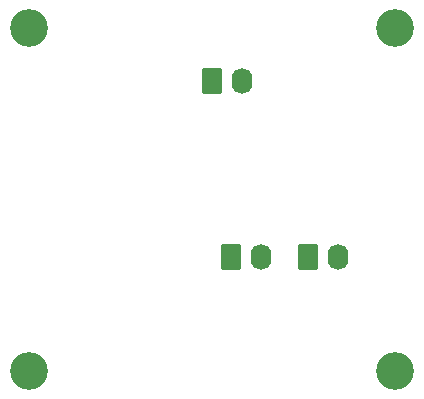
<source format=gbs>
%TF.GenerationSoftware,KiCad,Pcbnew,8.0.0*%
%TF.CreationDate,2024-03-04T01:03:27-06:00*%
%TF.ProjectId,Haptic Feeback board,48617074-6963-4204-9665-656261636b20,rev?*%
%TF.SameCoordinates,Original*%
%TF.FileFunction,Soldermask,Bot*%
%TF.FilePolarity,Negative*%
%FSLAX46Y46*%
G04 Gerber Fmt 4.6, Leading zero omitted, Abs format (unit mm)*
G04 Created by KiCad (PCBNEW 8.0.0) date 2024-03-04 01:03:27*
%MOMM*%
%LPD*%
G01*
G04 APERTURE LIST*
G04 Aperture macros list*
%AMRoundRect*
0 Rectangle with rounded corners*
0 $1 Rounding radius*
0 $2 $3 $4 $5 $6 $7 $8 $9 X,Y pos of 4 corners*
0 Add a 4 corners polygon primitive as box body*
4,1,4,$2,$3,$4,$5,$6,$7,$8,$9,$2,$3,0*
0 Add four circle primitives for the rounded corners*
1,1,$1+$1,$2,$3*
1,1,$1+$1,$4,$5*
1,1,$1+$1,$6,$7*
1,1,$1+$1,$8,$9*
0 Add four rect primitives between the rounded corners*
20,1,$1+$1,$2,$3,$4,$5,0*
20,1,$1+$1,$4,$5,$6,$7,0*
20,1,$1+$1,$6,$7,$8,$9,0*
20,1,$1+$1,$8,$9,$2,$3,0*%
G04 Aperture macros list end*
%ADD10C,3.200000*%
%ADD11RoundRect,0.250000X-0.620000X-0.845000X0.620000X-0.845000X0.620000X0.845000X-0.620000X0.845000X0*%
%ADD12O,1.740000X2.190000*%
G04 APERTURE END LIST*
D10*
%TO.C,H3*%
X125500000Y-112000000D03*
%TD*%
%TO.C,H2*%
X125500000Y-83000000D03*
%TD*%
D11*
%TO.C,J3*%
X142621000Y-102387400D03*
D12*
X145161000Y-102387400D03*
%TD*%
D10*
%TO.C,H4*%
X156500000Y-112000000D03*
%TD*%
D11*
%TO.C,J4*%
X149098000Y-102362000D03*
D12*
X151638000Y-102362000D03*
%TD*%
D11*
%TO.C,J2*%
X140995400Y-87497600D03*
D12*
X143535400Y-87497600D03*
%TD*%
D10*
%TO.C,H1*%
X156500000Y-83000000D03*
%TD*%
M02*

</source>
